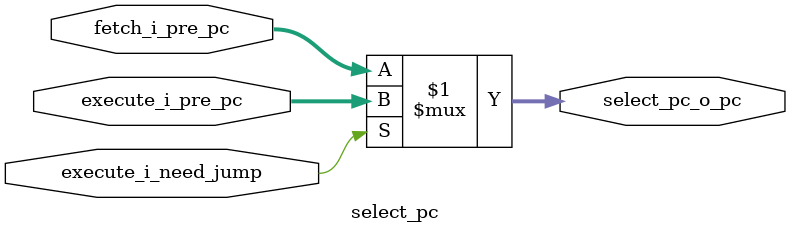
<source format=v>
module select_pc(
    input  wire [31:0] fetch_i_pre_pc,
    input  wire [31:0] execute_i_pre_pc,
    input  wire        execute_i_need_jump,
    output wire [31:0] select_pc_o_pc
);

assign select_pc_o_pc =  (execute_i_need_jump) ? execute_i_pre_pc : fetch_i_pre_pc;
//assign select_pc_o_pc =  (execute_i_need_jump) ? (execute_i_pre_pc  & ~32'h3): (fetch_i_pre_pc & ~32'h3);
endmodule
</source>
